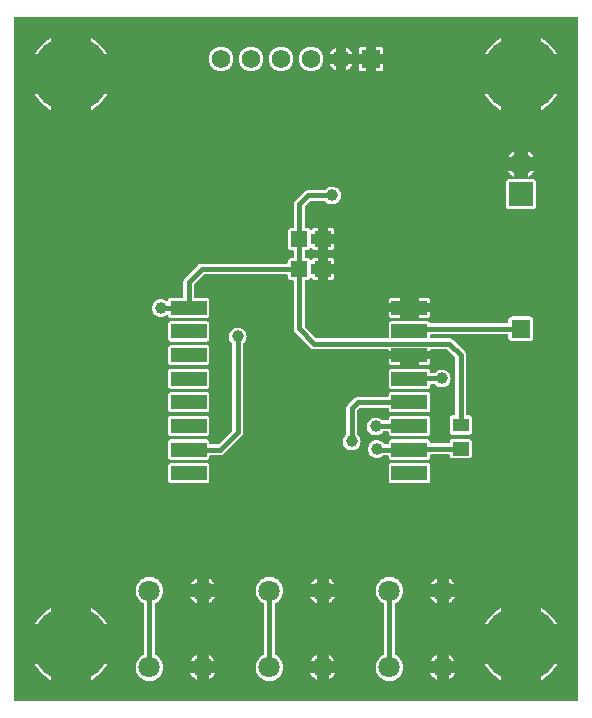
<source format=gbl>
G04 Layer: BottomLayer*
G04 EasyEDA v6.5.34, 2023-08-28 15:47:16*
G04 21288944027841e8b89c4b54c2095ba1,7e63b50fb6014f29bd7207b67e5f40bc,10*
G04 Gerber Generator version 0.2*
G04 Scale: 100 percent, Rotated: No, Reflected: No *
G04 Dimensions in millimeters *
G04 leading zeros omitted , absolute positions ,4 integer and 5 decimal *
%FSLAX45Y45*%
%MOMM*%

%AMMACRO1*21,1,$1,$2,0,0,$3*%
%ADD10C,0.4000*%
%ADD11MACRO1,1.35X1.41X90.0000*%
%ADD12MACRO1,3X1.1999X0.0000*%
%ADD13R,1.3770X1.1325*%
%ADD14MACRO1,1.377X1.1325X0.0000*%
%ADD15C,6.5000*%
%ADD16C,1.5748*%
%ADD17R,1.5748X1.5748*%
%ADD18C,1.8000*%
%ADD19R,2.0000X2.0000*%
%ADD20C,2.0000*%
%ADD21C,1.0000*%
%ADD22C,0.0199*%

%LPD*%
G36*
X4792218Y24434D02*
G01*
X38354Y25908D01*
X34493Y26670D01*
X31191Y28854D01*
X28956Y32156D01*
X28194Y36068D01*
X28194Y5804408D01*
X28956Y5808319D01*
X31191Y5811621D01*
X34493Y5813806D01*
X38354Y5814568D01*
X4792218Y5814568D01*
X4796078Y5813806D01*
X4799380Y5811621D01*
X4801616Y5808319D01*
X4802378Y5804408D01*
X4802378Y34594D01*
X4801616Y30683D01*
X4799380Y27381D01*
X4796078Y25196D01*
G37*

%LPC*%
G36*
X1174242Y192481D02*
G01*
X1188770Y193395D01*
X1203045Y196138D01*
X1216914Y200609D01*
X1230071Y206806D01*
X1242364Y214629D01*
X1253591Y223875D01*
X1263548Y234492D01*
X1272082Y246278D01*
X1279093Y259029D01*
X1284478Y272542D01*
X1288084Y286664D01*
X1289913Y301091D01*
X1289913Y315671D01*
X1288084Y330098D01*
X1284478Y344170D01*
X1279093Y357733D01*
X1272082Y370484D01*
X1263548Y382219D01*
X1253591Y392836D01*
X1242364Y402132D01*
X1230071Y409905D01*
X1226007Y411835D01*
X1222908Y414070D01*
X1220876Y417322D01*
X1220165Y421030D01*
X1220165Y845921D01*
X1220876Y849680D01*
X1222908Y852881D01*
X1226007Y855116D01*
X1230071Y857046D01*
X1242364Y864869D01*
X1253591Y874115D01*
X1263548Y884732D01*
X1272082Y896518D01*
X1279093Y909269D01*
X1284478Y922782D01*
X1288084Y936904D01*
X1289913Y951331D01*
X1289913Y965911D01*
X1288084Y980338D01*
X1284478Y994410D01*
X1279093Y1007973D01*
X1272082Y1020724D01*
X1263548Y1032459D01*
X1253591Y1043076D01*
X1242364Y1052372D01*
X1230071Y1060145D01*
X1216914Y1066342D01*
X1203045Y1070864D01*
X1188770Y1073607D01*
X1174242Y1074521D01*
X1159713Y1073607D01*
X1145438Y1070864D01*
X1131570Y1066342D01*
X1118412Y1060145D01*
X1106119Y1052372D01*
X1094943Y1043076D01*
X1084935Y1032459D01*
X1076401Y1020724D01*
X1069390Y1007973D01*
X1064056Y994410D01*
X1060399Y980338D01*
X1058570Y965911D01*
X1058570Y951331D01*
X1060399Y936904D01*
X1064056Y922782D01*
X1069390Y909269D01*
X1076401Y896518D01*
X1084935Y884732D01*
X1094943Y874115D01*
X1106119Y864869D01*
X1118412Y857046D01*
X1122476Y855116D01*
X1125575Y852881D01*
X1127607Y849680D01*
X1128318Y845921D01*
X1128318Y421030D01*
X1127607Y417322D01*
X1125575Y414070D01*
X1122476Y411835D01*
X1118412Y409905D01*
X1106119Y402132D01*
X1094943Y392836D01*
X1084935Y382219D01*
X1076401Y370484D01*
X1069390Y357733D01*
X1064056Y344170D01*
X1060399Y330098D01*
X1058570Y315671D01*
X1058570Y301091D01*
X1060399Y286664D01*
X1064056Y272542D01*
X1069390Y259029D01*
X1076401Y246278D01*
X1084935Y234492D01*
X1094943Y223875D01*
X1106119Y214629D01*
X1118412Y206806D01*
X1131570Y200609D01*
X1145438Y196138D01*
X1159713Y193395D01*
G37*
G36*
X2190242Y192481D02*
G01*
X2204770Y193395D01*
X2219045Y196138D01*
X2232914Y200609D01*
X2246071Y206806D01*
X2258364Y214629D01*
X2269591Y223875D01*
X2279548Y234492D01*
X2288082Y246278D01*
X2295093Y259029D01*
X2300478Y272542D01*
X2304084Y286664D01*
X2305913Y301091D01*
X2305913Y315671D01*
X2304084Y330098D01*
X2300478Y344170D01*
X2295093Y357733D01*
X2288082Y370484D01*
X2279548Y382219D01*
X2269591Y392836D01*
X2258364Y402132D01*
X2246071Y409905D01*
X2242007Y411835D01*
X2238908Y414070D01*
X2236876Y417322D01*
X2236165Y421030D01*
X2236165Y845921D01*
X2236876Y849680D01*
X2238908Y852881D01*
X2242007Y855116D01*
X2246071Y857046D01*
X2258364Y864869D01*
X2269591Y874115D01*
X2279548Y884732D01*
X2288082Y896518D01*
X2295093Y909269D01*
X2300478Y922782D01*
X2304084Y936904D01*
X2305913Y951331D01*
X2305913Y965911D01*
X2304084Y980338D01*
X2300478Y994410D01*
X2295093Y1007973D01*
X2288082Y1020724D01*
X2279548Y1032459D01*
X2269591Y1043076D01*
X2258364Y1052372D01*
X2246071Y1060145D01*
X2232914Y1066342D01*
X2219045Y1070864D01*
X2204770Y1073607D01*
X2190242Y1074521D01*
X2175713Y1073607D01*
X2161438Y1070864D01*
X2147570Y1066342D01*
X2134412Y1060145D01*
X2122119Y1052372D01*
X2110892Y1043076D01*
X2100935Y1032459D01*
X2092401Y1020724D01*
X2085390Y1007973D01*
X2080006Y994410D01*
X2076399Y980338D01*
X2074570Y965911D01*
X2074570Y951331D01*
X2076399Y936904D01*
X2080006Y922782D01*
X2085390Y909269D01*
X2092401Y896518D01*
X2100935Y884732D01*
X2110892Y874115D01*
X2122119Y864869D01*
X2134412Y857046D01*
X2138476Y855116D01*
X2141575Y852881D01*
X2143607Y849680D01*
X2144318Y845921D01*
X2144318Y421030D01*
X2143607Y417322D01*
X2141575Y414070D01*
X2138476Y411835D01*
X2134412Y409905D01*
X2122119Y402132D01*
X2110892Y392836D01*
X2100935Y382219D01*
X2092401Y370484D01*
X2085390Y357733D01*
X2080006Y344170D01*
X2076399Y330098D01*
X2074570Y315671D01*
X2074570Y301091D01*
X2076399Y286664D01*
X2080006Y272542D01*
X2085390Y259029D01*
X2092401Y246278D01*
X2100935Y234492D01*
X2110892Y223875D01*
X2122119Y214629D01*
X2134412Y206806D01*
X2147570Y200609D01*
X2161438Y196138D01*
X2175713Y193395D01*
G37*
G36*
X3206242Y192481D02*
G01*
X3220770Y193395D01*
X3235045Y196138D01*
X3248914Y200609D01*
X3262071Y206806D01*
X3274364Y214629D01*
X3285591Y223875D01*
X3295548Y234492D01*
X3304082Y246278D01*
X3311093Y259029D01*
X3316478Y272542D01*
X3320084Y286664D01*
X3321913Y301091D01*
X3321913Y315671D01*
X3320084Y330098D01*
X3316478Y344170D01*
X3311093Y357733D01*
X3304082Y370484D01*
X3295548Y382219D01*
X3285591Y392836D01*
X3274364Y402132D01*
X3262071Y409905D01*
X3258007Y411835D01*
X3254908Y414070D01*
X3252876Y417322D01*
X3252165Y421030D01*
X3252165Y845921D01*
X3252876Y849680D01*
X3254908Y852881D01*
X3258007Y855116D01*
X3262071Y857046D01*
X3274364Y864869D01*
X3285591Y874115D01*
X3295548Y884732D01*
X3304082Y896518D01*
X3311093Y909269D01*
X3316478Y922782D01*
X3320084Y936904D01*
X3321913Y951331D01*
X3321913Y965911D01*
X3320084Y980338D01*
X3316478Y994410D01*
X3311093Y1007973D01*
X3304082Y1020724D01*
X3295548Y1032459D01*
X3285591Y1043076D01*
X3274364Y1052372D01*
X3262071Y1060145D01*
X3248914Y1066342D01*
X3235045Y1070864D01*
X3220770Y1073607D01*
X3206242Y1074521D01*
X3191713Y1073607D01*
X3177438Y1070864D01*
X3163570Y1066342D01*
X3150412Y1060145D01*
X3138119Y1052372D01*
X3126892Y1043076D01*
X3116935Y1032459D01*
X3108401Y1020724D01*
X3101390Y1007973D01*
X3096006Y994410D01*
X3092399Y980338D01*
X3090570Y965911D01*
X3090570Y951331D01*
X3092399Y936904D01*
X3096006Y922782D01*
X3101390Y909269D01*
X3108401Y896518D01*
X3116935Y884732D01*
X3126892Y874115D01*
X3138119Y864869D01*
X3150412Y857046D01*
X3154476Y855116D01*
X3157575Y852881D01*
X3159607Y849680D01*
X3160318Y845921D01*
X3160318Y421030D01*
X3159607Y417322D01*
X3157575Y414070D01*
X3154476Y411835D01*
X3150412Y409905D01*
X3138119Y402132D01*
X3126892Y392836D01*
X3116935Y382219D01*
X3108401Y370484D01*
X3101390Y357733D01*
X3096006Y344170D01*
X3092399Y330098D01*
X3090570Y315671D01*
X3090570Y301091D01*
X3092399Y286664D01*
X3096006Y272542D01*
X3101390Y259029D01*
X3108401Y246278D01*
X3116935Y234492D01*
X3126892Y223875D01*
X3138119Y214629D01*
X3150412Y206806D01*
X3163570Y200609D01*
X3177438Y196138D01*
X3191713Y193395D01*
G37*
G36*
X679145Y199136D02*
G01*
X685749Y202590D01*
X707948Y216560D01*
X729081Y232156D01*
X748995Y249275D01*
X767537Y267817D01*
X784656Y287731D01*
X800201Y308813D01*
X814171Y331063D01*
X817676Y337667D01*
X679145Y337667D01*
G37*
G36*
X341426Y199136D02*
G01*
X341426Y337667D01*
X202895Y337667D01*
X206400Y331063D01*
X220370Y308813D01*
X235966Y287731D01*
X253085Y267817D01*
X271627Y249275D01*
X291490Y232156D01*
X312623Y216560D01*
X334822Y202590D01*
G37*
G36*
X4489145Y199136D02*
G01*
X4495749Y202590D01*
X4517948Y216560D01*
X4539081Y232156D01*
X4558944Y249275D01*
X4577537Y267817D01*
X4594656Y287731D01*
X4610201Y308813D01*
X4624171Y331063D01*
X4627676Y337667D01*
X4489145Y337667D01*
G37*
G36*
X4151426Y199136D02*
G01*
X4151426Y337667D01*
X4012895Y337667D01*
X4016400Y331063D01*
X4030370Y308813D01*
X4045965Y287731D01*
X4063034Y267817D01*
X4081627Y249275D01*
X4101490Y232156D01*
X4122623Y216560D01*
X4144822Y202590D01*
G37*
G36*
X1572971Y204724D02*
G01*
X1572971Y256997D01*
X1520596Y256997D01*
X1526489Y246278D01*
X1535023Y234492D01*
X1545031Y223875D01*
X1556207Y214629D01*
X1568500Y206806D01*
G37*
G36*
X1675688Y204724D02*
G01*
X1680159Y206806D01*
X1692452Y214629D01*
X1703679Y223875D01*
X1713636Y234492D01*
X1722170Y246278D01*
X1728114Y256997D01*
X1675688Y256997D01*
G37*
G36*
X2588971Y204724D02*
G01*
X2588971Y256997D01*
X2536596Y256997D01*
X2542489Y246278D01*
X2551023Y234492D01*
X2560980Y223875D01*
X2572207Y214629D01*
X2584500Y206806D01*
G37*
G36*
X3707688Y204724D02*
G01*
X3712159Y206806D01*
X3724452Y214629D01*
X3735679Y223875D01*
X3745636Y234492D01*
X3754170Y246278D01*
X3760063Y256997D01*
X3707688Y256997D01*
G37*
G36*
X3604971Y204724D02*
G01*
X3604971Y256997D01*
X3552596Y256997D01*
X3558489Y246278D01*
X3567023Y234492D01*
X3576980Y223875D01*
X3588207Y214629D01*
X3600500Y206806D01*
G37*
G36*
X2691688Y204724D02*
G01*
X2696159Y206806D01*
X2708452Y214629D01*
X2719679Y223875D01*
X2729636Y234492D01*
X2738170Y246278D01*
X2744114Y256997D01*
X2691688Y256997D01*
G37*
G36*
X1675688Y359714D02*
G01*
X1728114Y359714D01*
X1722170Y370484D01*
X1713636Y382219D01*
X1703679Y392836D01*
X1692452Y402132D01*
X1680159Y409905D01*
X1675688Y412038D01*
G37*
G36*
X1520596Y359714D02*
G01*
X1572971Y359714D01*
X1572971Y412038D01*
X1568500Y409905D01*
X1556207Y402132D01*
X1545031Y392836D01*
X1535023Y382219D01*
X1526489Y370484D01*
G37*
G36*
X2536596Y359714D02*
G01*
X2588971Y359714D01*
X2588971Y412038D01*
X2584500Y409905D01*
X2572207Y402132D01*
X2560980Y392836D01*
X2551023Y382219D01*
X2542489Y370484D01*
G37*
G36*
X2691688Y359714D02*
G01*
X2744114Y359714D01*
X2738170Y370484D01*
X2729636Y382219D01*
X2719679Y392836D01*
X2708452Y402132D01*
X2696159Y409905D01*
X2691688Y412038D01*
G37*
G36*
X3552596Y359714D02*
G01*
X3604971Y359714D01*
X3604971Y412038D01*
X3600500Y409905D01*
X3588207Y402132D01*
X3576980Y392836D01*
X3567023Y382219D01*
X3558489Y370484D01*
G37*
G36*
X3707688Y359714D02*
G01*
X3760063Y359714D01*
X3754170Y370484D01*
X3745636Y382219D01*
X3735679Y392836D01*
X3724452Y402132D01*
X3712159Y409905D01*
X3707688Y412038D01*
G37*
G36*
X4489145Y675335D02*
G01*
X4627676Y675335D01*
X4624171Y681939D01*
X4610201Y704138D01*
X4594656Y725271D01*
X4577537Y745185D01*
X4558944Y763727D01*
X4539081Y780846D01*
X4517948Y796442D01*
X4495749Y810361D01*
X4489145Y813866D01*
G37*
G36*
X679145Y675335D02*
G01*
X817676Y675335D01*
X814171Y681939D01*
X800201Y704138D01*
X784656Y725271D01*
X767537Y745185D01*
X748995Y763727D01*
X729081Y780846D01*
X707948Y796442D01*
X685749Y810361D01*
X679145Y813866D01*
G37*
G36*
X202895Y675335D02*
G01*
X341426Y675335D01*
X341426Y813866D01*
X334822Y810361D01*
X312623Y796442D01*
X291490Y780846D01*
X271627Y763727D01*
X253085Y745185D01*
X235966Y725271D01*
X220370Y704138D01*
X206400Y681939D01*
G37*
G36*
X4012895Y675335D02*
G01*
X4151426Y675335D01*
X4151426Y813866D01*
X4144822Y810361D01*
X4122623Y796442D01*
X4101490Y780846D01*
X4081627Y763727D01*
X4063034Y745185D01*
X4045965Y725271D01*
X4030370Y704138D01*
X4016400Y681939D01*
G37*
G36*
X1675688Y854964D02*
G01*
X1680159Y857046D01*
X1692452Y864869D01*
X1703679Y874115D01*
X1713636Y884732D01*
X1722170Y896518D01*
X1728114Y907237D01*
X1675688Y907237D01*
G37*
G36*
X1572971Y854964D02*
G01*
X1572971Y907237D01*
X1520596Y907237D01*
X1526489Y896518D01*
X1535023Y884732D01*
X1545031Y874115D01*
X1556207Y864869D01*
X1568500Y857046D01*
G37*
G36*
X2588971Y854964D02*
G01*
X2588971Y907237D01*
X2536596Y907237D01*
X2542489Y896518D01*
X2551023Y884732D01*
X2560980Y874115D01*
X2572207Y864869D01*
X2584500Y857046D01*
G37*
G36*
X2691688Y854964D02*
G01*
X2696159Y857046D01*
X2708452Y864869D01*
X2719679Y874115D01*
X2729636Y884732D01*
X2738170Y896518D01*
X2744114Y907237D01*
X2691688Y907237D01*
G37*
G36*
X3604971Y854964D02*
G01*
X3604971Y907237D01*
X3552596Y907237D01*
X3558489Y896518D01*
X3567023Y884732D01*
X3576980Y874115D01*
X3588207Y864869D01*
X3600500Y857046D01*
G37*
G36*
X3707688Y854964D02*
G01*
X3712159Y857046D01*
X3724452Y864869D01*
X3735679Y874115D01*
X3745636Y884732D01*
X3754170Y896518D01*
X3760063Y907237D01*
X3707688Y907237D01*
G37*
G36*
X1675688Y1009954D02*
G01*
X1728114Y1009954D01*
X1722170Y1020724D01*
X1713636Y1032459D01*
X1703679Y1043076D01*
X1692452Y1052372D01*
X1680159Y1060145D01*
X1675688Y1062278D01*
G37*
G36*
X1520596Y1009954D02*
G01*
X1572971Y1009954D01*
X1572971Y1062278D01*
X1568500Y1060145D01*
X1556207Y1052372D01*
X1545031Y1043076D01*
X1535023Y1032459D01*
X1526489Y1020724D01*
G37*
G36*
X2536596Y1009954D02*
G01*
X2588971Y1009954D01*
X2588971Y1062278D01*
X2584500Y1060145D01*
X2572207Y1052372D01*
X2560980Y1043076D01*
X2551023Y1032459D01*
X2542489Y1020724D01*
G37*
G36*
X3552596Y1009954D02*
G01*
X3604971Y1009954D01*
X3604971Y1062278D01*
X3600500Y1060145D01*
X3588207Y1052372D01*
X3576980Y1043076D01*
X3567023Y1032459D01*
X3558489Y1020724D01*
G37*
G36*
X3707688Y1009954D02*
G01*
X3760063Y1009954D01*
X3754170Y1020724D01*
X3745636Y1032459D01*
X3735679Y1043076D01*
X3724452Y1052372D01*
X3712159Y1060145D01*
X3707688Y1062278D01*
G37*
G36*
X2691688Y1009954D02*
G01*
X2744114Y1009954D01*
X2738170Y1020724D01*
X2729636Y1032459D01*
X2719679Y1043076D01*
X2708452Y1052372D01*
X2696159Y1060145D01*
X2691688Y1062278D01*
G37*
G36*
X1356258Y1866900D02*
G01*
X1655114Y1866900D01*
X1661464Y1867611D01*
X1666900Y1869490D01*
X1671828Y1872589D01*
X1675892Y1876704D01*
X1678990Y1881581D01*
X1680870Y1887067D01*
X1681581Y1893366D01*
X1681581Y2012238D01*
X1680870Y2018538D01*
X1678990Y2024024D01*
X1675892Y2028901D01*
X1671828Y2033016D01*
X1666900Y2036064D01*
X1661464Y2037994D01*
X1655114Y2038705D01*
X1356258Y2038705D01*
X1349959Y2037994D01*
X1344472Y2036064D01*
X1339596Y2033016D01*
X1335481Y2028901D01*
X1332433Y2024024D01*
X1330502Y2018538D01*
X1329791Y2012238D01*
X1329791Y1893366D01*
X1330502Y1887067D01*
X1332433Y1881581D01*
X1335481Y1876704D01*
X1339596Y1872589D01*
X1344472Y1869490D01*
X1349959Y1867611D01*
G37*
G36*
X3226257Y1866900D02*
G01*
X3525113Y1866900D01*
X3531463Y1867611D01*
X3536899Y1869490D01*
X3541826Y1872589D01*
X3545890Y1876704D01*
X3548989Y1881581D01*
X3550869Y1887067D01*
X3551580Y1893366D01*
X3551580Y2012238D01*
X3550869Y2018538D01*
X3548989Y2024024D01*
X3545890Y2028901D01*
X3541826Y2033016D01*
X3536899Y2036064D01*
X3531463Y2037994D01*
X3525113Y2038705D01*
X3226257Y2038705D01*
X3219958Y2037994D01*
X3214471Y2036064D01*
X3209594Y2033016D01*
X3205480Y2028901D01*
X3202432Y2024024D01*
X3200501Y2018538D01*
X3199790Y2012238D01*
X3199790Y1893366D01*
X3200501Y1887067D01*
X3202432Y1881581D01*
X3205480Y1876704D01*
X3209594Y1872589D01*
X3214471Y1869490D01*
X3219958Y1867611D01*
G37*
G36*
X3226257Y2066899D02*
G01*
X3525113Y2066899D01*
X3531463Y2067610D01*
X3536899Y2069490D01*
X3541826Y2072589D01*
X3545890Y2076704D01*
X3548989Y2081580D01*
X3550869Y2087067D01*
X3551580Y2093366D01*
X3551580Y2103932D01*
X3552393Y2107844D01*
X3554577Y2111146D01*
X3557879Y2113330D01*
X3561740Y2114092D01*
X3705098Y2114092D01*
X3708704Y2113432D01*
X3711854Y2111502D01*
X3714140Y2108555D01*
X3715156Y2104999D01*
X3715969Y2097582D01*
X3717848Y2092147D01*
X3720947Y2087270D01*
X3725011Y2083155D01*
X3729939Y2080056D01*
X3735374Y2078177D01*
X3741724Y2077466D01*
X3878275Y2077466D01*
X3884574Y2078177D01*
X3890060Y2080056D01*
X3894937Y2083155D01*
X3899052Y2087270D01*
X3902151Y2092147D01*
X3904030Y2097633D01*
X3904742Y2103932D01*
X3904742Y2216048D01*
X3904030Y2222347D01*
X3902151Y2227834D01*
X3899052Y2232710D01*
X3894937Y2236825D01*
X3890060Y2239924D01*
X3884574Y2241804D01*
X3878275Y2242515D01*
X3741724Y2242515D01*
X3735374Y2241804D01*
X3729939Y2239924D01*
X3725011Y2236825D01*
X3720947Y2232710D01*
X3717848Y2227834D01*
X3715969Y2222398D01*
X3715156Y2215032D01*
X3714140Y2211476D01*
X3711854Y2208530D01*
X3708704Y2206599D01*
X3705098Y2205939D01*
X3561384Y2205939D01*
X3557778Y2206599D01*
X3554628Y2208530D01*
X3552342Y2211425D01*
X3551275Y2214930D01*
X3550869Y2218537D01*
X3548989Y2224024D01*
X3545890Y2228900D01*
X3541826Y2233015D01*
X3536899Y2236063D01*
X3531463Y2237994D01*
X3525113Y2238705D01*
X3226257Y2238705D01*
X3219958Y2237994D01*
X3214471Y2236063D01*
X3209594Y2233015D01*
X3205480Y2228900D01*
X3202432Y2224024D01*
X3200501Y2218537D01*
X3199790Y2212238D01*
X3199790Y2208834D01*
X3199028Y2204974D01*
X3196793Y2201672D01*
X3193491Y2199487D01*
X3189630Y2198674D01*
X3169970Y2198674D01*
X3165652Y2199640D01*
X3162147Y2202383D01*
X3155746Y2210104D01*
X3147110Y2217826D01*
X3137357Y2224176D01*
X3126740Y2228900D01*
X3115564Y2231999D01*
X3103981Y2233320D01*
X3092399Y2232863D01*
X3080969Y2230678D01*
X3070047Y2226716D01*
X3059836Y2221179D01*
X3050590Y2214118D01*
X3042564Y2205786D01*
X3035858Y2196287D01*
X3030728Y2185873D01*
X3027222Y2174798D01*
X3025444Y2163318D01*
X3025444Y2151684D01*
X3027222Y2140204D01*
X3030728Y2129129D01*
X3035858Y2118715D01*
X3042564Y2109216D01*
X3050590Y2100834D01*
X3059836Y2093823D01*
X3070047Y2088235D01*
X3080969Y2084324D01*
X3092399Y2082139D01*
X3103981Y2081682D01*
X3115564Y2083003D01*
X3126740Y2086102D01*
X3137357Y2090826D01*
X3147110Y2097125D01*
X3155137Y2104288D01*
X3158286Y2106218D01*
X3161893Y2106879D01*
X3189630Y2106879D01*
X3193491Y2106117D01*
X3196793Y2103882D01*
X3199028Y2100630D01*
X3199790Y2096719D01*
X3199790Y2093366D01*
X3200501Y2087067D01*
X3202432Y2081580D01*
X3205480Y2076704D01*
X3209594Y2072589D01*
X3214471Y2069490D01*
X3219958Y2067610D01*
G37*
G36*
X1356258Y2066899D02*
G01*
X1655114Y2066899D01*
X1661464Y2067610D01*
X1666900Y2069490D01*
X1671828Y2072589D01*
X1675892Y2076704D01*
X1678990Y2081580D01*
X1680870Y2087067D01*
X1681581Y2093366D01*
X1681581Y2096719D01*
X1682394Y2100630D01*
X1684578Y2103882D01*
X1687880Y2106117D01*
X1691741Y2106879D01*
X1777339Y2106930D01*
X1786077Y2108149D01*
X1794103Y2110841D01*
X1801520Y2114956D01*
X1808378Y2120646D01*
X1953717Y2266086D01*
X1959000Y2273046D01*
X1962759Y2280615D01*
X1965096Y2288743D01*
X1965909Y2297684D01*
X1965909Y3045002D01*
X1966772Y3049168D01*
X1969312Y3052622D01*
X1974646Y3057398D01*
X1982063Y3066338D01*
X1988007Y3076346D01*
X1992325Y3087116D01*
X1994966Y3098393D01*
X1995881Y3109976D01*
X1994966Y3121558D01*
X1992325Y3132886D01*
X1988007Y3143656D01*
X1982063Y3153664D01*
X1974646Y3162604D01*
X1966010Y3170326D01*
X1956257Y3176676D01*
X1945639Y3181400D01*
X1934464Y3184499D01*
X1922881Y3185820D01*
X1911299Y3185363D01*
X1899869Y3183178D01*
X1888947Y3179216D01*
X1878736Y3173679D01*
X1869490Y3166618D01*
X1861464Y3158286D01*
X1854758Y3148787D01*
X1849628Y3138373D01*
X1846122Y3127298D01*
X1844344Y3115818D01*
X1844344Y3104184D01*
X1846122Y3092704D01*
X1849628Y3081629D01*
X1854758Y3071215D01*
X1861464Y3061716D01*
X1872234Y3050692D01*
X1873605Y3047898D01*
X1874113Y3044850D01*
X1874113Y2320391D01*
X1873300Y2316530D01*
X1871116Y2313228D01*
X1759559Y2201672D01*
X1756257Y2199487D01*
X1752346Y2198674D01*
X1691741Y2198674D01*
X1687880Y2199487D01*
X1684578Y2201672D01*
X1682394Y2204974D01*
X1681581Y2208834D01*
X1681581Y2212238D01*
X1680870Y2218537D01*
X1678990Y2224024D01*
X1675892Y2228900D01*
X1671828Y2233015D01*
X1666900Y2236063D01*
X1661464Y2237994D01*
X1655114Y2238705D01*
X1356258Y2238705D01*
X1349959Y2237994D01*
X1344472Y2236063D01*
X1339596Y2233015D01*
X1335481Y2228900D01*
X1332433Y2224024D01*
X1330502Y2218537D01*
X1329791Y2212238D01*
X1329791Y2093366D01*
X1330502Y2087067D01*
X1332433Y2081580D01*
X1335481Y2076704D01*
X1339596Y2072589D01*
X1344472Y2069490D01*
X1349959Y2067610D01*
G37*
G36*
X2888081Y2145182D02*
G01*
X2899664Y2146503D01*
X2910840Y2149602D01*
X2921457Y2154326D01*
X2931210Y2160625D01*
X2939846Y2168398D01*
X2947263Y2177338D01*
X2953207Y2187346D01*
X2957525Y2198116D01*
X2960166Y2209393D01*
X2961081Y2220976D01*
X2960166Y2232558D01*
X2957525Y2243886D01*
X2953207Y2254656D01*
X2947263Y2264664D01*
X2939846Y2273604D01*
X2934512Y2278380D01*
X2931972Y2281834D01*
X2931109Y2286000D01*
X2931109Y2477160D01*
X2931871Y2481072D01*
X2934055Y2484374D01*
X2953613Y2503881D01*
X2956915Y2506116D01*
X2960827Y2506878D01*
X3189630Y2506878D01*
X3193491Y2506116D01*
X3196793Y2503881D01*
X3199028Y2500630D01*
X3199790Y2496718D01*
X3199790Y2493365D01*
X3200501Y2487066D01*
X3202432Y2481580D01*
X3205480Y2476703D01*
X3209594Y2472588D01*
X3214471Y2469489D01*
X3219958Y2467610D01*
X3226257Y2466898D01*
X3525113Y2466898D01*
X3531463Y2467610D01*
X3536899Y2469489D01*
X3541826Y2472588D01*
X3545890Y2476703D01*
X3548989Y2481580D01*
X3550869Y2487066D01*
X3551580Y2493365D01*
X3551580Y2612237D01*
X3550869Y2618536D01*
X3548989Y2624023D01*
X3545890Y2628900D01*
X3541826Y2633014D01*
X3536899Y2636062D01*
X3531463Y2637993D01*
X3525113Y2638704D01*
X3226257Y2638704D01*
X3219958Y2637993D01*
X3214471Y2636062D01*
X3209594Y2633014D01*
X3205480Y2628900D01*
X3202432Y2624023D01*
X3200501Y2618536D01*
X3199790Y2612237D01*
X3199790Y2608834D01*
X3199028Y2604973D01*
X3196793Y2601671D01*
X3193491Y2599486D01*
X3189630Y2598674D01*
X2935833Y2598674D01*
X2927096Y2597454D01*
X2919069Y2594762D01*
X2911703Y2590647D01*
X2904794Y2584907D01*
X2851505Y2531567D01*
X2846222Y2524556D01*
X2842412Y2516936D01*
X2840126Y2508808D01*
X2839313Y2499918D01*
X2839313Y2286152D01*
X2838805Y2283104D01*
X2837434Y2280310D01*
X2826664Y2269286D01*
X2819958Y2259787D01*
X2814828Y2249373D01*
X2811322Y2238298D01*
X2809544Y2226818D01*
X2809544Y2215184D01*
X2811322Y2203704D01*
X2814828Y2192629D01*
X2819958Y2182215D01*
X2826664Y2172716D01*
X2834690Y2164334D01*
X2843936Y2157323D01*
X2854147Y2151735D01*
X2865069Y2147824D01*
X2876499Y2145639D01*
G37*
G36*
X1356258Y2266899D02*
G01*
X1655114Y2266899D01*
X1661464Y2267610D01*
X1666900Y2269490D01*
X1671828Y2272588D01*
X1675892Y2276703D01*
X1678990Y2281580D01*
X1680870Y2287066D01*
X1681581Y2293366D01*
X1681581Y2412238D01*
X1680870Y2418537D01*
X1678990Y2424023D01*
X1675892Y2428900D01*
X1671828Y2433015D01*
X1666900Y2436063D01*
X1661464Y2437993D01*
X1655114Y2438704D01*
X1356258Y2438704D01*
X1349959Y2437993D01*
X1344472Y2436063D01*
X1339596Y2433015D01*
X1335481Y2428900D01*
X1332433Y2424023D01*
X1330502Y2418537D01*
X1329791Y2412238D01*
X1329791Y2293366D01*
X1330502Y2287066D01*
X1332433Y2281580D01*
X1335481Y2276703D01*
X1339596Y2272588D01*
X1344472Y2269490D01*
X1349959Y2267610D01*
G37*
G36*
X3226257Y2266899D02*
G01*
X3525113Y2266899D01*
X3531463Y2267610D01*
X3536899Y2269490D01*
X3541826Y2272588D01*
X3545890Y2276703D01*
X3548989Y2281580D01*
X3550869Y2287066D01*
X3551580Y2293366D01*
X3551580Y2412238D01*
X3550869Y2418537D01*
X3548989Y2424023D01*
X3545890Y2428900D01*
X3541826Y2433015D01*
X3536899Y2436063D01*
X3531463Y2437993D01*
X3525113Y2438704D01*
X3226257Y2438704D01*
X3219958Y2437993D01*
X3214471Y2436063D01*
X3209594Y2433015D01*
X3205480Y2428900D01*
X3202432Y2424023D01*
X3200501Y2418537D01*
X3199790Y2412238D01*
X3199790Y2408834D01*
X3199028Y2404973D01*
X3196793Y2401671D01*
X3193491Y2399487D01*
X3189630Y2398674D01*
X3149092Y2398674D01*
X3145485Y2399334D01*
X3142335Y2401265D01*
X3134410Y2408326D01*
X3124657Y2414676D01*
X3114040Y2419400D01*
X3102864Y2422499D01*
X3091281Y2423820D01*
X3079699Y2423363D01*
X3068269Y2421178D01*
X3057347Y2417216D01*
X3047136Y2411679D01*
X3037890Y2404618D01*
X3029864Y2396286D01*
X3023158Y2386787D01*
X3018028Y2376373D01*
X3014522Y2365298D01*
X3012744Y2353818D01*
X3012744Y2342184D01*
X3014522Y2330704D01*
X3018028Y2319629D01*
X3023158Y2309215D01*
X3029864Y2299716D01*
X3037890Y2291334D01*
X3047136Y2284323D01*
X3057347Y2278735D01*
X3068269Y2274824D01*
X3079699Y2272639D01*
X3091281Y2272182D01*
X3102864Y2273503D01*
X3114040Y2276602D01*
X3124657Y2281326D01*
X3134410Y2287625D01*
X3143046Y2295398D01*
X3149498Y2303170D01*
X3153003Y2305913D01*
X3157321Y2306878D01*
X3189630Y2306878D01*
X3193491Y2306116D01*
X3196793Y2303881D01*
X3199028Y2300630D01*
X3199790Y2296718D01*
X3199790Y2293366D01*
X3200501Y2287066D01*
X3202432Y2281580D01*
X3205480Y2276703D01*
X3209594Y2272588D01*
X3214471Y2269490D01*
X3219958Y2267610D01*
G37*
G36*
X3741724Y2277465D02*
G01*
X3878275Y2277465D01*
X3884574Y2278176D01*
X3890060Y2280107D01*
X3894937Y2283155D01*
X3899052Y2287270D01*
X3902151Y2292146D01*
X3904030Y2297633D01*
X3904742Y2303932D01*
X3904742Y2416048D01*
X3904030Y2422398D01*
X3902151Y2427833D01*
X3899052Y2432761D01*
X3894937Y2436825D01*
X3890060Y2439924D01*
X3884574Y2441803D01*
X3878275Y2442514D01*
X3866083Y2442514D01*
X3862171Y2443327D01*
X3858869Y2445512D01*
X3856685Y2448814D01*
X3855923Y2452674D01*
X3855872Y2951734D01*
X3854653Y2960471D01*
X3851960Y2968498D01*
X3847846Y2975864D01*
X3842105Y2982772D01*
X3741115Y3083712D01*
X3734054Y3089046D01*
X3726484Y3092805D01*
X3718356Y3095091D01*
X3709466Y3095955D01*
X3561740Y3095955D01*
X3557879Y3096717D01*
X3554577Y3098901D01*
X3552393Y3102203D01*
X3551580Y3106115D01*
X3551580Y3118916D01*
X3552393Y3122777D01*
X3554577Y3126079D01*
X3557879Y3128314D01*
X3561740Y3129076D01*
X4203192Y3129076D01*
X4207052Y3128314D01*
X4210354Y3126079D01*
X4212590Y3122777D01*
X4213352Y3118916D01*
X4213352Y3096818D01*
X4214063Y3090519D01*
X4215942Y3085033D01*
X4219041Y3080156D01*
X4223156Y3076041D01*
X4228033Y3072942D01*
X4233519Y3071063D01*
X4239818Y3070352D01*
X4396181Y3070352D01*
X4402480Y3071063D01*
X4407966Y3072942D01*
X4412843Y3076041D01*
X4416958Y3080156D01*
X4420006Y3085033D01*
X4421936Y3090519D01*
X4422648Y3096818D01*
X4422648Y3253181D01*
X4421936Y3259480D01*
X4420006Y3264966D01*
X4416958Y3269843D01*
X4412843Y3273958D01*
X4407966Y3277006D01*
X4402480Y3278936D01*
X4396181Y3279648D01*
X4239818Y3279648D01*
X4233519Y3278936D01*
X4228033Y3277006D01*
X4223156Y3273958D01*
X4219041Y3269843D01*
X4215942Y3264966D01*
X4214063Y3259480D01*
X4213352Y3253181D01*
X4213352Y3231032D01*
X4212590Y3227171D01*
X4210354Y3223869D01*
X4207052Y3221634D01*
X4203192Y3220872D01*
X3556558Y3220872D01*
X3553206Y3221431D01*
X3550208Y3223107D01*
X3547973Y3225647D01*
X3545890Y3228898D01*
X3541826Y3233013D01*
X3536899Y3236061D01*
X3531463Y3237992D01*
X3525113Y3238703D01*
X3226257Y3238703D01*
X3219958Y3237992D01*
X3214471Y3236061D01*
X3209594Y3233013D01*
X3205480Y3228898D01*
X3202432Y3224022D01*
X3200501Y3218535D01*
X3199790Y3212236D01*
X3199790Y3106115D01*
X3199028Y3102203D01*
X3196793Y3098901D01*
X3193491Y3096717D01*
X3189630Y3095955D01*
X2593187Y3095955D01*
X2589326Y3096717D01*
X2586024Y3098901D01*
X2491079Y3193846D01*
X2488895Y3197148D01*
X2488133Y3201009D01*
X2488133Y3577894D01*
X2488895Y3581806D01*
X2491079Y3585108D01*
X2494381Y3587292D01*
X2498293Y3588054D01*
X2512212Y3588054D01*
X2518562Y3588765D01*
X2523998Y3590696D01*
X2528925Y3593795D01*
X2532989Y3597859D01*
X2536494Y3601923D01*
X2540254Y3603548D01*
X2544318Y3603548D01*
X2548077Y3601923D01*
X2551582Y3597859D01*
X2555697Y3593795D01*
X2560574Y3590696D01*
X2566060Y3588765D01*
X2572359Y3588054D01*
X2600706Y3588054D01*
X2600706Y3641394D01*
X2548839Y3641394D01*
X2544978Y3642156D01*
X2541676Y3644341D01*
X2539492Y3647643D01*
X2538679Y3651554D01*
X2538679Y3711448D01*
X2539492Y3715308D01*
X2541676Y3718610D01*
X2544978Y3720795D01*
X2548839Y3721608D01*
X2600706Y3721608D01*
X2600706Y3774897D01*
X2572359Y3774897D01*
X2566060Y3774186D01*
X2560574Y3772255D01*
X2555697Y3769207D01*
X2551582Y3765092D01*
X2548077Y3761028D01*
X2544318Y3759454D01*
X2540254Y3759454D01*
X2536494Y3761028D01*
X2532989Y3765092D01*
X2528925Y3769207D01*
X2523998Y3772255D01*
X2518562Y3774186D01*
X2512212Y3774897D01*
X2498344Y3774897D01*
X2494483Y3775659D01*
X2491181Y3777894D01*
X2488996Y3781145D01*
X2488184Y3785057D01*
X2488184Y3831894D01*
X2488996Y3835806D01*
X2491181Y3839108D01*
X2494483Y3841292D01*
X2498344Y3842054D01*
X2512212Y3842054D01*
X2518562Y3842765D01*
X2523998Y3844696D01*
X2528925Y3847795D01*
X2532989Y3851859D01*
X2536494Y3855923D01*
X2540254Y3857548D01*
X2544318Y3857548D01*
X2548077Y3855923D01*
X2551582Y3851859D01*
X2555697Y3847795D01*
X2560574Y3844696D01*
X2566060Y3842765D01*
X2572359Y3842054D01*
X2600706Y3842054D01*
X2600706Y3895394D01*
X2548839Y3895394D01*
X2544978Y3896156D01*
X2541676Y3898341D01*
X2539492Y3901643D01*
X2538679Y3905554D01*
X2538679Y3965448D01*
X2539492Y3969308D01*
X2541676Y3972610D01*
X2544978Y3974795D01*
X2548839Y3975608D01*
X2600706Y3975608D01*
X2600706Y4028897D01*
X2572359Y4028897D01*
X2566060Y4028186D01*
X2560574Y4026255D01*
X2555697Y4023207D01*
X2551582Y4019092D01*
X2548077Y4015028D01*
X2544318Y4013454D01*
X2540254Y4013454D01*
X2536494Y4015028D01*
X2532989Y4019092D01*
X2528925Y4023207D01*
X2523998Y4026255D01*
X2518562Y4028186D01*
X2512212Y4028897D01*
X2498344Y4028897D01*
X2494483Y4029659D01*
X2491181Y4031894D01*
X2488996Y4035145D01*
X2488184Y4039057D01*
X2488184Y4205986D01*
X2488996Y4209846D01*
X2491181Y4213148D01*
X2532938Y4254906D01*
X2536240Y4257090D01*
X2540101Y4257903D01*
X2654960Y4257903D01*
X2658922Y4257090D01*
X2662275Y4254754D01*
X2669590Y4247134D01*
X2678836Y4240123D01*
X2689047Y4234535D01*
X2699969Y4230624D01*
X2711399Y4228439D01*
X2722981Y4227982D01*
X2734564Y4229303D01*
X2745740Y4232402D01*
X2756357Y4237126D01*
X2766110Y4243425D01*
X2774746Y4251198D01*
X2782163Y4260138D01*
X2788107Y4270146D01*
X2792425Y4280916D01*
X2795066Y4292193D01*
X2795981Y4303776D01*
X2795066Y4315358D01*
X2792425Y4326686D01*
X2788107Y4337456D01*
X2782163Y4347464D01*
X2774746Y4356404D01*
X2766110Y4364126D01*
X2756357Y4370476D01*
X2745740Y4375200D01*
X2734564Y4378299D01*
X2722981Y4379620D01*
X2711399Y4379163D01*
X2699969Y4376978D01*
X2689047Y4373016D01*
X2678836Y4367479D01*
X2669590Y4360418D01*
X2662275Y4352798D01*
X2658922Y4350512D01*
X2654960Y4349699D01*
X2515108Y4349648D01*
X2506370Y4348429D01*
X2498394Y4345736D01*
X2490978Y4341622D01*
X2484120Y4335932D01*
X2408631Y4260392D01*
X2403297Y4253331D01*
X2399538Y4245762D01*
X2397201Y4237634D01*
X2396388Y4228744D01*
X2396388Y4039057D01*
X2395626Y4035145D01*
X2393391Y4031894D01*
X2390140Y4029659D01*
X2386228Y4028897D01*
X2372360Y4028897D01*
X2366060Y4028186D01*
X2360574Y4026255D01*
X2355697Y4023207D01*
X2351582Y4019092D01*
X2348484Y4014215D01*
X2346604Y4008729D01*
X2345893Y4002430D01*
X2345893Y3868572D01*
X2346604Y3862222D01*
X2348484Y3856786D01*
X2351582Y3851859D01*
X2355697Y3847795D01*
X2360574Y3844696D01*
X2366060Y3842765D01*
X2372360Y3842054D01*
X2386228Y3842054D01*
X2390140Y3841292D01*
X2393391Y3839108D01*
X2395626Y3835806D01*
X2396388Y3831894D01*
X2396388Y3785057D01*
X2395626Y3781145D01*
X2393391Y3777894D01*
X2390140Y3775659D01*
X2386228Y3774897D01*
X2372360Y3774897D01*
X2366060Y3774186D01*
X2360574Y3772255D01*
X2355697Y3769207D01*
X2351582Y3765092D01*
X2348484Y3760215D01*
X2346604Y3754729D01*
X2345893Y3748430D01*
X2345893Y3737559D01*
X2345131Y3733698D01*
X2342896Y3730396D01*
X2339594Y3728161D01*
X2335733Y3727399D01*
X1613408Y3727348D01*
X1604670Y3726129D01*
X1596694Y3723436D01*
X1589278Y3719322D01*
X1582420Y3713632D01*
X1472031Y3603193D01*
X1466748Y3596182D01*
X1462938Y3588562D01*
X1460652Y3580434D01*
X1459788Y3571544D01*
X1459788Y3448862D01*
X1459026Y3444951D01*
X1456842Y3441649D01*
X1453540Y3439464D01*
X1449628Y3438702D01*
X1356258Y3438702D01*
X1349959Y3437991D01*
X1344472Y3436061D01*
X1339596Y3433013D01*
X1335481Y3428898D01*
X1332433Y3424021D01*
X1330553Y3418687D01*
X1328724Y3415487D01*
X1325930Y3413150D01*
X1322476Y3411982D01*
X1318818Y3412083D01*
X1315415Y3413506D01*
X1308557Y3417976D01*
X1297940Y3422700D01*
X1286764Y3425799D01*
X1275181Y3427120D01*
X1263599Y3426663D01*
X1252169Y3424478D01*
X1241247Y3420516D01*
X1231036Y3414979D01*
X1221790Y3407918D01*
X1213764Y3399586D01*
X1207058Y3390087D01*
X1201928Y3379673D01*
X1198422Y3368598D01*
X1196644Y3357118D01*
X1196644Y3345484D01*
X1198422Y3334004D01*
X1201928Y3322929D01*
X1207058Y3312515D01*
X1213764Y3303015D01*
X1221790Y3294634D01*
X1231036Y3287623D01*
X1241247Y3282035D01*
X1252169Y3278124D01*
X1263599Y3275939D01*
X1275181Y3275482D01*
X1286764Y3276803D01*
X1297940Y3279901D01*
X1308557Y3284626D01*
X1316278Y3289655D01*
X1319682Y3291027D01*
X1323340Y3291179D01*
X1326794Y3289960D01*
X1329588Y3287674D01*
X1331417Y3284474D01*
X1332433Y3281578D01*
X1335481Y3276701D01*
X1339596Y3272586D01*
X1344472Y3269488D01*
X1349959Y3267608D01*
X1356258Y3266897D01*
X1655114Y3266897D01*
X1661464Y3267608D01*
X1666900Y3269488D01*
X1671828Y3272586D01*
X1675892Y3276701D01*
X1678990Y3281578D01*
X1680870Y3287064D01*
X1681581Y3293364D01*
X1681581Y3412236D01*
X1680870Y3418535D01*
X1678990Y3424021D01*
X1675892Y3428898D01*
X1671828Y3433013D01*
X1666900Y3436061D01*
X1661464Y3437991D01*
X1655114Y3438702D01*
X1561795Y3438702D01*
X1557883Y3439464D01*
X1554581Y3441649D01*
X1552397Y3444951D01*
X1551635Y3448862D01*
X1551635Y3548786D01*
X1552397Y3552698D01*
X1554581Y3556000D01*
X1631238Y3632606D01*
X1634540Y3634790D01*
X1638401Y3635603D01*
X2335733Y3635603D01*
X2339594Y3634790D01*
X2342896Y3632606D01*
X2345131Y3629304D01*
X2345893Y3625443D01*
X2345893Y3614572D01*
X2346604Y3608222D01*
X2348484Y3602786D01*
X2351582Y3597859D01*
X2355697Y3593795D01*
X2360574Y3590696D01*
X2366060Y3588765D01*
X2372360Y3588054D01*
X2386126Y3588054D01*
X2390038Y3587292D01*
X2393340Y3585108D01*
X2395524Y3581806D01*
X2396286Y3577894D01*
X2396337Y3176016D01*
X2397556Y3167278D01*
X2400249Y3159252D01*
X2404364Y3151886D01*
X2410104Y3144977D01*
X2538780Y3016351D01*
X2545842Y3011017D01*
X2553411Y3007258D01*
X2561539Y3004972D01*
X2570429Y3004108D01*
X3189630Y3004108D01*
X3193491Y3003346D01*
X3196793Y3001162D01*
X3199028Y2997860D01*
X3199790Y2993948D01*
X3199790Y2989122D01*
X3294329Y2989122D01*
X3294329Y2993948D01*
X3295142Y2997860D01*
X3297326Y3001162D01*
X3300628Y3003346D01*
X3304489Y3004108D01*
X3446881Y3004108D01*
X3450793Y3003346D01*
X3454044Y3001162D01*
X3456279Y2997860D01*
X3457041Y2993948D01*
X3457041Y2989122D01*
X3551580Y2989122D01*
X3551580Y2993948D01*
X3552393Y2997860D01*
X3554577Y3001162D01*
X3557879Y3003346D01*
X3561740Y3004108D01*
X3686708Y3004108D01*
X3690569Y3003346D01*
X3693871Y3001162D01*
X3761130Y2933903D01*
X3763314Y2930601D01*
X3764076Y2926740D01*
X3764076Y2452674D01*
X3763314Y2448814D01*
X3761130Y2445512D01*
X3757828Y2443327D01*
X3753916Y2442514D01*
X3741724Y2442514D01*
X3735374Y2441803D01*
X3729939Y2439924D01*
X3725011Y2436825D01*
X3720947Y2432761D01*
X3717848Y2427833D01*
X3715969Y2422398D01*
X3715258Y2416048D01*
X3715258Y2303932D01*
X3715969Y2297633D01*
X3717848Y2292146D01*
X3720947Y2287270D01*
X3725011Y2283155D01*
X3729939Y2280107D01*
X3735374Y2278176D01*
G37*
G36*
X1356258Y2466898D02*
G01*
X1655114Y2466898D01*
X1661464Y2467610D01*
X1666900Y2469489D01*
X1671828Y2472588D01*
X1675892Y2476703D01*
X1678990Y2481580D01*
X1680870Y2487066D01*
X1681581Y2493365D01*
X1681581Y2612237D01*
X1680870Y2618536D01*
X1678990Y2624023D01*
X1675892Y2628900D01*
X1671828Y2633014D01*
X1666900Y2636062D01*
X1661464Y2637993D01*
X1655114Y2638704D01*
X1356258Y2638704D01*
X1349959Y2637993D01*
X1344472Y2636062D01*
X1339596Y2633014D01*
X1335481Y2628900D01*
X1332433Y2624023D01*
X1330502Y2618536D01*
X1329791Y2612237D01*
X1329791Y2493365D01*
X1330502Y2487066D01*
X1332433Y2481580D01*
X1335481Y2476703D01*
X1339596Y2472588D01*
X1344472Y2469489D01*
X1349959Y2467610D01*
G37*
G36*
X1356258Y2666898D02*
G01*
X1655114Y2666898D01*
X1661464Y2667609D01*
X1666900Y2669489D01*
X1671828Y2672588D01*
X1675892Y2676702D01*
X1678990Y2681579D01*
X1680870Y2687066D01*
X1681581Y2693365D01*
X1681581Y2812237D01*
X1680870Y2818536D01*
X1678990Y2824022D01*
X1675892Y2828899D01*
X1671828Y2833014D01*
X1666900Y2836062D01*
X1661464Y2837992D01*
X1655114Y2838704D01*
X1356258Y2838704D01*
X1349959Y2837992D01*
X1344472Y2836062D01*
X1339596Y2833014D01*
X1335481Y2828899D01*
X1332433Y2824022D01*
X1330502Y2818536D01*
X1329791Y2812237D01*
X1329791Y2693365D01*
X1330502Y2687066D01*
X1332433Y2681579D01*
X1335481Y2676702D01*
X1339596Y2672588D01*
X1344472Y2669489D01*
X1349959Y2667609D01*
G37*
G36*
X3226257Y2666898D02*
G01*
X3525113Y2666898D01*
X3531463Y2667609D01*
X3536899Y2669489D01*
X3541826Y2672588D01*
X3545890Y2676702D01*
X3548989Y2681579D01*
X3550869Y2687066D01*
X3551580Y2693365D01*
X3551580Y2697835D01*
X3552393Y2701696D01*
X3554577Y2704998D01*
X3557828Y2707182D01*
X3561689Y2707995D01*
X3582365Y2708097D01*
X3586378Y2707284D01*
X3589731Y2704998D01*
X3596690Y2697734D01*
X3605936Y2690723D01*
X3616147Y2685135D01*
X3627069Y2681224D01*
X3638499Y2679039D01*
X3650081Y2678582D01*
X3661664Y2679903D01*
X3672840Y2683002D01*
X3683457Y2687726D01*
X3693210Y2694025D01*
X3701846Y2701798D01*
X3709263Y2710738D01*
X3715207Y2720746D01*
X3719525Y2731516D01*
X3722166Y2742793D01*
X3723081Y2754376D01*
X3722166Y2765958D01*
X3719525Y2777286D01*
X3715207Y2788056D01*
X3709263Y2798064D01*
X3701846Y2807004D01*
X3693210Y2814726D01*
X3683457Y2821076D01*
X3672840Y2825800D01*
X3661664Y2828899D01*
X3650081Y2830220D01*
X3638499Y2829763D01*
X3627069Y2827578D01*
X3616147Y2823616D01*
X3605936Y2818079D01*
X3596690Y2811018D01*
X3589020Y2803042D01*
X3585667Y2800756D01*
X3581755Y2799892D01*
X3561842Y2799791D01*
X3557930Y2800553D01*
X3554577Y2802737D01*
X3552393Y2806039D01*
X3551580Y2809951D01*
X3551580Y2812237D01*
X3550869Y2818536D01*
X3548989Y2824022D01*
X3545890Y2828899D01*
X3541826Y2833014D01*
X3536899Y2836062D01*
X3531463Y2837992D01*
X3525113Y2838704D01*
X3226257Y2838704D01*
X3219958Y2837992D01*
X3214471Y2836062D01*
X3209594Y2833014D01*
X3205480Y2828899D01*
X3202432Y2824022D01*
X3200501Y2818536D01*
X3199790Y2812237D01*
X3199790Y2693365D01*
X3200501Y2687066D01*
X3202432Y2681579D01*
X3205480Y2676702D01*
X3209594Y2672588D01*
X3214471Y2669489D01*
X3219958Y2667609D01*
G37*
G36*
X3457041Y2866898D02*
G01*
X3525113Y2866898D01*
X3531463Y2867609D01*
X3536899Y2869488D01*
X3541826Y2872587D01*
X3545890Y2876702D01*
X3548989Y2881579D01*
X3550869Y2887065D01*
X3551580Y2893364D01*
X3551580Y2916428D01*
X3457041Y2916428D01*
G37*
G36*
X3226257Y2866898D02*
G01*
X3294329Y2866898D01*
X3294329Y2916428D01*
X3199790Y2916428D01*
X3199790Y2893364D01*
X3200501Y2887065D01*
X3202432Y2881579D01*
X3205480Y2876702D01*
X3209594Y2872587D01*
X3214471Y2869488D01*
X3219958Y2867609D01*
G37*
G36*
X1356258Y2866898D02*
G01*
X1655114Y2866898D01*
X1661464Y2867609D01*
X1666900Y2869488D01*
X1671828Y2872587D01*
X1675892Y2876702D01*
X1678990Y2881579D01*
X1680870Y2887065D01*
X1681581Y2893364D01*
X1681581Y3012236D01*
X1680870Y3018536D01*
X1678990Y3024022D01*
X1675892Y3028899D01*
X1671828Y3033014D01*
X1666900Y3036062D01*
X1661464Y3037992D01*
X1655114Y3038703D01*
X1356258Y3038703D01*
X1349959Y3037992D01*
X1344472Y3036062D01*
X1339596Y3033014D01*
X1335481Y3028899D01*
X1332433Y3024022D01*
X1330502Y3018536D01*
X1329791Y3012236D01*
X1329791Y2893364D01*
X1330502Y2887065D01*
X1332433Y2881579D01*
X1335481Y2876702D01*
X1339596Y2872587D01*
X1344472Y2869488D01*
X1349959Y2867609D01*
G37*
G36*
X1356258Y3066897D02*
G01*
X1655114Y3066897D01*
X1661464Y3067608D01*
X1666900Y3069488D01*
X1671828Y3072587D01*
X1675892Y3076702D01*
X1678990Y3081578D01*
X1680870Y3087065D01*
X1681581Y3093364D01*
X1681581Y3212236D01*
X1680870Y3218535D01*
X1678990Y3224022D01*
X1675892Y3228898D01*
X1671828Y3233013D01*
X1666900Y3236061D01*
X1661464Y3237992D01*
X1655114Y3238703D01*
X1356258Y3238703D01*
X1349959Y3237992D01*
X1344472Y3236061D01*
X1339596Y3233013D01*
X1335481Y3228898D01*
X1332433Y3224022D01*
X1330502Y3218535D01*
X1329791Y3212236D01*
X1329791Y3093364D01*
X1330502Y3087065D01*
X1332433Y3081578D01*
X1335481Y3076702D01*
X1339596Y3072587D01*
X1344472Y3069488D01*
X1349959Y3067608D01*
G37*
G36*
X3457041Y3266897D02*
G01*
X3525113Y3266897D01*
X3531463Y3267608D01*
X3536899Y3269488D01*
X3541826Y3272586D01*
X3545890Y3276701D01*
X3548989Y3281578D01*
X3550869Y3287064D01*
X3551580Y3293364D01*
X3551580Y3316427D01*
X3457041Y3316427D01*
G37*
G36*
X3226257Y3266897D02*
G01*
X3294329Y3266897D01*
X3294329Y3316427D01*
X3199790Y3316427D01*
X3199790Y3293364D01*
X3200501Y3287064D01*
X3202432Y3281578D01*
X3205480Y3276701D01*
X3209594Y3272586D01*
X3214471Y3269488D01*
X3219958Y3267608D01*
G37*
G36*
X3199790Y3389122D02*
G01*
X3294329Y3389122D01*
X3294329Y3438702D01*
X3226257Y3438702D01*
X3219958Y3437991D01*
X3214471Y3436061D01*
X3209594Y3433013D01*
X3205480Y3428898D01*
X3202432Y3424021D01*
X3200501Y3418535D01*
X3199790Y3412236D01*
G37*
G36*
X3457041Y3389122D02*
G01*
X3551580Y3389122D01*
X3551580Y3412236D01*
X3550869Y3418535D01*
X3548989Y3424021D01*
X3545890Y3428898D01*
X3541826Y3433013D01*
X3536899Y3436061D01*
X3531463Y3437991D01*
X3525113Y3438702D01*
X3457041Y3438702D01*
G37*
G36*
X2683916Y3588054D02*
G01*
X2712212Y3588054D01*
X2718562Y3588765D01*
X2723997Y3590696D01*
X2728925Y3593795D01*
X2732989Y3597859D01*
X2736088Y3602786D01*
X2737967Y3608222D01*
X2738678Y3614572D01*
X2738678Y3641394D01*
X2683916Y3641394D01*
G37*
G36*
X2683916Y3721608D02*
G01*
X2738678Y3721608D01*
X2738678Y3748430D01*
X2737967Y3754729D01*
X2736088Y3760215D01*
X2732989Y3765092D01*
X2728925Y3769207D01*
X2723997Y3772255D01*
X2718562Y3774186D01*
X2712212Y3774897D01*
X2683916Y3774897D01*
G37*
G36*
X2683916Y3842054D02*
G01*
X2712212Y3842054D01*
X2718562Y3842765D01*
X2723997Y3844696D01*
X2728925Y3847795D01*
X2732989Y3851859D01*
X2736088Y3856786D01*
X2737967Y3862222D01*
X2738678Y3868572D01*
X2738678Y3895394D01*
X2683916Y3895394D01*
G37*
G36*
X2683916Y3975608D02*
G01*
X2738678Y3975608D01*
X2738678Y4002430D01*
X2737967Y4008729D01*
X2736088Y4014215D01*
X2732989Y4019092D01*
X2728925Y4023207D01*
X2723997Y4026255D01*
X2718562Y4028186D01*
X2712212Y4028897D01*
X2683916Y4028897D01*
G37*
G36*
X4220870Y4190593D02*
G01*
X4419701Y4190593D01*
X4426051Y4191304D01*
X4431487Y4193184D01*
X4436414Y4196283D01*
X4440478Y4200398D01*
X4443577Y4205274D01*
X4445508Y4210710D01*
X4446219Y4217060D01*
X4446219Y4415891D01*
X4445508Y4422241D01*
X4443577Y4427677D01*
X4440478Y4432604D01*
X4436414Y4436668D01*
X4431487Y4439767D01*
X4426051Y4441698D01*
X4419701Y4442409D01*
X4387748Y4442409D01*
X4383481Y4443323D01*
X4380026Y4445965D01*
X4377944Y4449826D01*
X4377690Y4454194D01*
X4379315Y4458258D01*
X4382465Y4461256D01*
X4391812Y4466894D01*
X4403750Y4476242D01*
X4414520Y4487011D01*
X4423918Y4498949D01*
X4431741Y4512005D01*
X4432706Y4514138D01*
X4376623Y4514138D01*
X4376623Y4452569D01*
X4375861Y4448657D01*
X4373676Y4445355D01*
X4370374Y4443171D01*
X4366463Y4442409D01*
X4274108Y4442409D01*
X4270197Y4443171D01*
X4266895Y4445355D01*
X4264710Y4448657D01*
X4263948Y4452569D01*
X4263948Y4514138D01*
X4207865Y4514138D01*
X4208830Y4512005D01*
X4216704Y4498949D01*
X4226052Y4487011D01*
X4236821Y4476242D01*
X4248759Y4466894D01*
X4258106Y4461256D01*
X4261256Y4458258D01*
X4262882Y4454194D01*
X4262628Y4449826D01*
X4260596Y4445965D01*
X4257090Y4443323D01*
X4252823Y4442409D01*
X4220870Y4442409D01*
X4214520Y4441698D01*
X4209084Y4439767D01*
X4204157Y4436668D01*
X4200093Y4432604D01*
X4196994Y4427677D01*
X4195114Y4422241D01*
X4194403Y4415891D01*
X4194403Y4217060D01*
X4195114Y4210710D01*
X4196994Y4205274D01*
X4200093Y4200398D01*
X4204157Y4196283D01*
X4209084Y4193184D01*
X4214520Y4191304D01*
G37*
G36*
X4376623Y4626813D02*
G01*
X4432706Y4626813D01*
X4431741Y4628997D01*
X4423918Y4642002D01*
X4414520Y4653991D01*
X4403750Y4664710D01*
X4391812Y4674108D01*
X4378807Y4681931D01*
X4376623Y4682947D01*
G37*
G36*
X4207865Y4626813D02*
G01*
X4263948Y4626813D01*
X4263948Y4682947D01*
X4261764Y4681931D01*
X4248759Y4674108D01*
X4236821Y4664710D01*
X4226052Y4653991D01*
X4216704Y4642002D01*
X4208830Y4628997D01*
G37*
G36*
X341426Y5025085D02*
G01*
X341426Y5163616D01*
X202895Y5163616D01*
X206400Y5157012D01*
X220370Y5134813D01*
X235966Y5113680D01*
X253085Y5093817D01*
X271627Y5075275D01*
X291490Y5058156D01*
X312623Y5042560D01*
X334822Y5028590D01*
G37*
G36*
X679145Y5025085D02*
G01*
X685749Y5028590D01*
X707948Y5042560D01*
X729081Y5058156D01*
X748995Y5075275D01*
X767537Y5093817D01*
X784656Y5113680D01*
X800201Y5134813D01*
X814171Y5157012D01*
X817676Y5163616D01*
X679145Y5163616D01*
G37*
G36*
X4151426Y5025085D02*
G01*
X4151426Y5163616D01*
X4012895Y5163616D01*
X4016400Y5157012D01*
X4030370Y5134813D01*
X4045965Y5113680D01*
X4063034Y5093817D01*
X4081627Y5075275D01*
X4101490Y5058156D01*
X4122623Y5042560D01*
X4144822Y5028590D01*
G37*
G36*
X4489145Y5025085D02*
G01*
X4495749Y5028590D01*
X4517948Y5042560D01*
X4539081Y5058156D01*
X4558944Y5075275D01*
X4577537Y5093817D01*
X4594656Y5113680D01*
X4610201Y5134813D01*
X4624171Y5157012D01*
X4627676Y5163616D01*
X4489145Y5163616D01*
G37*
G36*
X2972104Y5354828D02*
G01*
X3004566Y5354828D01*
X3004566Y5413756D01*
X2945638Y5413756D01*
X2945638Y5381294D01*
X2946349Y5374995D01*
X2948279Y5369509D01*
X2951327Y5364632D01*
X2955442Y5360517D01*
X2960319Y5357469D01*
X2965805Y5355539D01*
G37*
G36*
X3096006Y5354828D02*
G01*
X3128467Y5354828D01*
X3134766Y5355539D01*
X3140252Y5357469D01*
X3145129Y5360517D01*
X3149244Y5364632D01*
X3152292Y5369509D01*
X3154222Y5374995D01*
X3154934Y5381294D01*
X3154934Y5413756D01*
X3096006Y5413756D01*
G37*
G36*
X1780286Y5354878D02*
G01*
X1793951Y5355742D01*
X1807362Y5358434D01*
X1820316Y5362803D01*
X1832610Y5368899D01*
X1843989Y5376468D01*
X1854250Y5385511D01*
X1863293Y5395772D01*
X1870913Y5407152D01*
X1876958Y5419445D01*
X1881327Y5432399D01*
X1884019Y5445810D01*
X1884934Y5459476D01*
X1884019Y5473141D01*
X1881327Y5486552D01*
X1876958Y5499506D01*
X1870913Y5511800D01*
X1863293Y5523179D01*
X1854250Y5533440D01*
X1843989Y5542483D01*
X1832610Y5550103D01*
X1820316Y5556148D01*
X1807362Y5560568D01*
X1793951Y5563209D01*
X1780286Y5564124D01*
X1766620Y5563209D01*
X1753209Y5560568D01*
X1740255Y5556148D01*
X1727962Y5550103D01*
X1716582Y5542483D01*
X1706321Y5533440D01*
X1697278Y5523179D01*
X1689658Y5511800D01*
X1683613Y5499506D01*
X1679244Y5486552D01*
X1676552Y5473141D01*
X1675688Y5459476D01*
X1676552Y5445810D01*
X1679244Y5432399D01*
X1683613Y5419445D01*
X1689658Y5407152D01*
X1697278Y5395772D01*
X1706321Y5385511D01*
X1716582Y5376468D01*
X1727962Y5368899D01*
X1740255Y5362803D01*
X1753209Y5358434D01*
X1766620Y5355742D01*
G37*
G36*
X2034286Y5354878D02*
G01*
X2047951Y5355742D01*
X2061362Y5358434D01*
X2074316Y5362803D01*
X2086610Y5368899D01*
X2097989Y5376468D01*
X2108250Y5385511D01*
X2117293Y5395772D01*
X2124913Y5407152D01*
X2130958Y5419445D01*
X2135327Y5432399D01*
X2138019Y5445810D01*
X2138934Y5459476D01*
X2138019Y5473141D01*
X2135327Y5486552D01*
X2130958Y5499506D01*
X2124913Y5511800D01*
X2117293Y5523179D01*
X2108250Y5533440D01*
X2097989Y5542483D01*
X2086610Y5550103D01*
X2074316Y5556148D01*
X2061362Y5560568D01*
X2047951Y5563209D01*
X2034286Y5564124D01*
X2020620Y5563209D01*
X2007209Y5560568D01*
X1994255Y5556148D01*
X1981962Y5550103D01*
X1970582Y5542483D01*
X1960321Y5533440D01*
X1951278Y5523179D01*
X1943658Y5511800D01*
X1937613Y5499506D01*
X1933244Y5486552D01*
X1930552Y5473141D01*
X1929688Y5459476D01*
X1930552Y5445810D01*
X1933244Y5432399D01*
X1937613Y5419445D01*
X1943658Y5407152D01*
X1951278Y5395772D01*
X1960321Y5385511D01*
X1970582Y5376468D01*
X1981962Y5368899D01*
X1994255Y5362803D01*
X2007209Y5358434D01*
X2020620Y5355742D01*
G37*
G36*
X2288286Y5354878D02*
G01*
X2301951Y5355742D01*
X2315362Y5358434D01*
X2328316Y5362803D01*
X2340610Y5368899D01*
X2351989Y5376468D01*
X2362250Y5385511D01*
X2371293Y5395772D01*
X2378913Y5407152D01*
X2384958Y5419445D01*
X2389327Y5432399D01*
X2392019Y5445810D01*
X2392934Y5459476D01*
X2392019Y5473141D01*
X2389327Y5486552D01*
X2384958Y5499506D01*
X2378913Y5511800D01*
X2371293Y5523179D01*
X2362250Y5533440D01*
X2351989Y5542483D01*
X2340610Y5550103D01*
X2328316Y5556148D01*
X2315362Y5560568D01*
X2301951Y5563209D01*
X2288286Y5564124D01*
X2274620Y5563209D01*
X2261209Y5560568D01*
X2248255Y5556148D01*
X2235962Y5550103D01*
X2224582Y5542483D01*
X2214321Y5533440D01*
X2205278Y5523179D01*
X2197658Y5511800D01*
X2191613Y5499506D01*
X2187244Y5486552D01*
X2184552Y5473141D01*
X2183688Y5459476D01*
X2184552Y5445810D01*
X2187244Y5432399D01*
X2191613Y5419445D01*
X2197658Y5407152D01*
X2205278Y5395772D01*
X2214321Y5385511D01*
X2224582Y5376468D01*
X2235962Y5368899D01*
X2248255Y5362803D01*
X2261209Y5358434D01*
X2274620Y5355742D01*
G37*
G36*
X2542286Y5354878D02*
G01*
X2555951Y5355742D01*
X2569362Y5358434D01*
X2582316Y5362803D01*
X2594610Y5368899D01*
X2605989Y5376468D01*
X2616250Y5385511D01*
X2625293Y5395772D01*
X2632913Y5407152D01*
X2638958Y5419445D01*
X2643327Y5432399D01*
X2646019Y5445810D01*
X2646934Y5459476D01*
X2646019Y5473141D01*
X2643327Y5486552D01*
X2638958Y5499506D01*
X2632913Y5511800D01*
X2625293Y5523179D01*
X2616250Y5533440D01*
X2605989Y5542483D01*
X2594610Y5550103D01*
X2582316Y5556148D01*
X2569362Y5560568D01*
X2555951Y5563209D01*
X2542286Y5564124D01*
X2528620Y5563209D01*
X2515209Y5560568D01*
X2502255Y5556148D01*
X2489962Y5550103D01*
X2478582Y5542483D01*
X2468321Y5533440D01*
X2459278Y5523179D01*
X2451658Y5511800D01*
X2445613Y5499506D01*
X2441244Y5486552D01*
X2438552Y5473141D01*
X2437688Y5459476D01*
X2438552Y5445810D01*
X2441244Y5432399D01*
X2445613Y5419445D01*
X2451658Y5407152D01*
X2459278Y5395772D01*
X2468321Y5385511D01*
X2478582Y5376468D01*
X2489962Y5368899D01*
X2502255Y5362803D01*
X2515209Y5358434D01*
X2528620Y5355742D01*
G37*
G36*
X2750566Y5365648D02*
G01*
X2750566Y5413756D01*
X2702407Y5413756D01*
X2705658Y5407152D01*
X2713278Y5395772D01*
X2722321Y5385511D01*
X2732582Y5376468D01*
X2743962Y5368899D01*
G37*
G36*
X2842006Y5365648D02*
G01*
X2848610Y5368899D01*
X2859989Y5376468D01*
X2870250Y5385511D01*
X2879293Y5395772D01*
X2886913Y5407152D01*
X2890164Y5413756D01*
X2842006Y5413756D01*
G37*
G36*
X679145Y5501335D02*
G01*
X817676Y5501335D01*
X814171Y5507939D01*
X800201Y5530138D01*
X784656Y5551271D01*
X767537Y5571134D01*
X748995Y5589727D01*
X729081Y5606846D01*
X707948Y5622391D01*
X685749Y5636361D01*
X679145Y5639866D01*
G37*
G36*
X4489145Y5501335D02*
G01*
X4627676Y5501335D01*
X4624171Y5507939D01*
X4610201Y5530138D01*
X4594656Y5551271D01*
X4577537Y5571134D01*
X4558944Y5589727D01*
X4539081Y5606846D01*
X4517948Y5622391D01*
X4495749Y5636361D01*
X4489145Y5639866D01*
G37*
G36*
X202895Y5501335D02*
G01*
X341426Y5501335D01*
X341426Y5639866D01*
X334822Y5636361D01*
X312623Y5622391D01*
X291490Y5606846D01*
X271627Y5589727D01*
X253085Y5571134D01*
X235966Y5551271D01*
X220370Y5530138D01*
X206400Y5507939D01*
G37*
G36*
X4012895Y5501335D02*
G01*
X4151426Y5501335D01*
X4151426Y5639866D01*
X4144822Y5636361D01*
X4122623Y5622391D01*
X4101490Y5606846D01*
X4081627Y5589727D01*
X4063034Y5571134D01*
X4045965Y5551271D01*
X4030370Y5530138D01*
X4016400Y5507939D01*
G37*
G36*
X2702407Y5505196D02*
G01*
X2750566Y5505196D01*
X2750566Y5553354D01*
X2743962Y5550103D01*
X2732582Y5542483D01*
X2722321Y5533440D01*
X2713278Y5523179D01*
X2705658Y5511800D01*
G37*
G36*
X2842006Y5505196D02*
G01*
X2890164Y5505196D01*
X2886913Y5511800D01*
X2879293Y5523179D01*
X2870250Y5533440D01*
X2859989Y5542483D01*
X2848610Y5550103D01*
X2842006Y5553354D01*
G37*
G36*
X3096006Y5505196D02*
G01*
X3154934Y5505196D01*
X3154934Y5537657D01*
X3154222Y5543956D01*
X3152292Y5549442D01*
X3149244Y5554319D01*
X3145129Y5558434D01*
X3140252Y5561533D01*
X3134766Y5563412D01*
X3128467Y5564124D01*
X3096006Y5564124D01*
G37*
G36*
X2945638Y5505196D02*
G01*
X3004566Y5505196D01*
X3004566Y5564124D01*
X2972104Y5564124D01*
X2965805Y5563412D01*
X2960319Y5561533D01*
X2955442Y5558434D01*
X2951327Y5554319D01*
X2948279Y5549442D01*
X2946349Y5543956D01*
X2945638Y5537657D01*
G37*

%LPD*%
D10*
X3126496Y2944893D02*
G01*
X3134395Y2952788D01*
X3375708Y2952788D01*
X3375708Y3152787D02*
G01*
X3397895Y3174974D01*
X4318000Y3174974D01*
X2720096Y4303793D02*
G01*
X2516896Y4303793D01*
X2442296Y4229193D01*
X2442296Y3935476D01*
X2442296Y3935476D02*
G01*
X2442296Y3681476D01*
X1505719Y3352820D02*
G01*
X1505719Y3572017D01*
X1615196Y3681493D01*
X2442222Y3681493D01*
X1505701Y3352787D02*
G01*
X1504208Y3351293D01*
X1272296Y3351293D01*
X3647196Y2754393D02*
G01*
X3375708Y2752788D01*
X3088396Y2347993D02*
G01*
X3093196Y2352786D01*
X3375708Y2352786D01*
X3101096Y2157493D02*
G01*
X3105797Y2152787D01*
X3375708Y2152787D01*
X2885196Y2220993D02*
G01*
X2885196Y2500393D01*
X2937596Y2552786D01*
X3375708Y2552786D01*
X1505701Y2152787D02*
G01*
X1775589Y2152787D01*
X1907296Y2284488D01*
X1919996Y2297193D01*
X1919996Y3109993D01*
X1174242Y958613D02*
G01*
X1174242Y308373D01*
X3206241Y958621D02*
G01*
X3206241Y308378D01*
X2190241Y958613D02*
G01*
X2190241Y308378D01*
X2442209Y3681476D02*
G01*
X2442209Y3177794D01*
X2569972Y3050031D01*
X3709924Y3050031D01*
X3810000Y2949955D01*
X3810000Y2359152D01*
X3375659Y2152904D02*
G01*
X3382009Y2160015D01*
X3810000Y2160015D01*
D11*
G01*
X2442288Y3681486D03*
G01*
X2642293Y3681486D03*
G01*
X2442288Y3935486D03*
G01*
X2642293Y3935486D03*
D12*
G01*
X3375695Y1952795D03*
G01*
X1505696Y2552793D03*
G01*
X1505696Y2352794D03*
G01*
X1505696Y2152794D03*
G01*
X1505696Y1952795D03*
G01*
X1505696Y2752793D03*
G01*
X1505696Y2952793D03*
G01*
X1505696Y3152792D03*
G01*
X1505696Y3352792D03*
G01*
X3375695Y3352792D03*
G01*
X3375695Y3152792D03*
G01*
X3375695Y2952793D03*
G01*
X3375695Y2752793D03*
G01*
X3375695Y2552793D03*
G01*
X3375695Y2352794D03*
G01*
X3375695Y2152794D03*
D13*
G01*
X3810000Y2359990D03*
D14*
G01*
X3809992Y2159990D03*
D15*
G01*
X510286Y506501D03*
G01*
X4320286Y506501D03*
G01*
X4320286Y5332476D03*
G01*
X510286Y5332476D03*
D16*
G01*
X1780286Y5459476D03*
G01*
X2034286Y5459476D03*
G01*
X2288286Y5459476D03*
G01*
X2542286Y5459476D03*
G01*
X2796286Y5459476D03*
D17*
G01*
X3050286Y5459476D03*
G01*
X4318000Y3175000D03*
D18*
G01*
X1174242Y308381D03*
G01*
X1624329Y308381D03*
G01*
X1174242Y958621D03*
G01*
X1624329Y958621D03*
G01*
X2190241Y308381D03*
G01*
X2640329Y308381D03*
G01*
X2190241Y958621D03*
G01*
X2640329Y958621D03*
G01*
X3206241Y308381D03*
G01*
X3656329Y308381D03*
G01*
X3206241Y958621D03*
G01*
X3656329Y958621D03*
D19*
G01*
X4320286Y4316476D03*
D20*
G01*
X4320286Y4570476D03*
D21*
G01*
X3126486Y2944901D03*
G01*
X2720086Y4303801D03*
G01*
X1272286Y3351301D03*
G01*
X3647186Y2754401D03*
G01*
X2885186Y2221001D03*
G01*
X3088386Y2348001D03*
G01*
X3101086Y2157501D03*
G01*
X1919986Y3110001D03*
M02*

</source>
